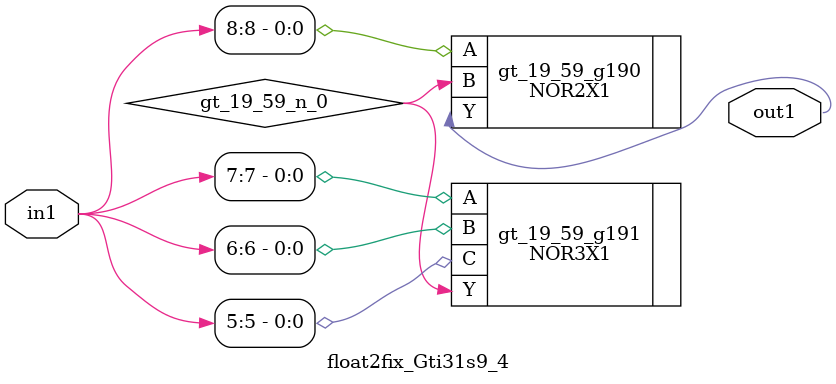
<source format=v>
`timescale 1ps / 1ps


module float2fix_Gti31s9_4(in1, out1);
  input [8:0] in1;
  output out1;
  wire [8:0] in1;
  wire out1;
  wire gt_19_59_n_0;
  NOR2X1 gt_19_59_g190(.A (in1[8]), .B (gt_19_59_n_0), .Y (out1));
  NOR3X1 gt_19_59_g191(.A (in1[7]), .B (in1[6]), .C (in1[5]), .Y
       (gt_19_59_n_0));
endmodule


</source>
